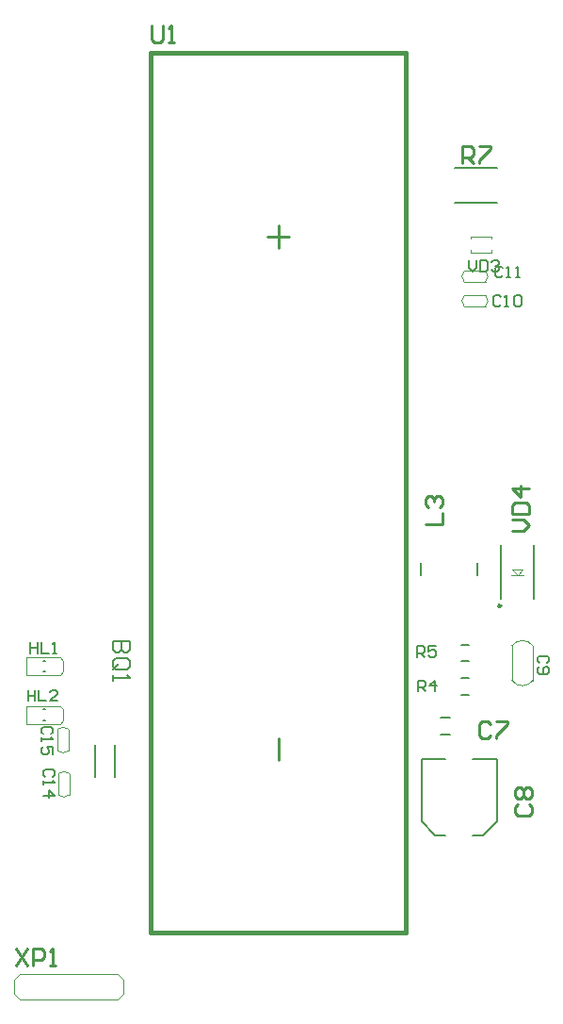
<source format=gto>
G04*
G04 #@! TF.GenerationSoftware,Altium Limited,Altium Designer,23.1.1 (15)*
G04*
G04 Layer_Color=65535*
%FSLAX44Y44*%
%MOMM*%
G71*
G04*
G04 #@! TF.SameCoordinates,4FD7E483-A0BE-4EFF-918D-63B1A9DD4886*
G04*
G04*
G04 #@! TF.FilePolarity,Positive*
G04*
G01*
G75*
%ADD10C,0.1000*%
%ADD11C,0.0600*%
%ADD12C,0.2500*%
%ADD13C,0.2000*%
%ADD14C,0.0400*%
%ADD15C,0.2560*%
%ADD16C,0.4000*%
%ADD17C,0.2540*%
%ADD18C,0.1500*%
D10*
X54621Y399629D02*
G03*
X54621Y399629I-500J0D01*
G01*
Y443379D02*
G03*
X54621Y443379I-500J0D01*
G01*
X12250Y157625D02*
Y169875D01*
X110750Y157625D02*
Y169875D01*
X17250Y174875D02*
X105750D01*
X17250Y152625D02*
X105750D01*
X12250Y157625D02*
X17250Y152625D01*
X12250Y169875D02*
X17250Y174875D01*
X105750Y152625D02*
X110750Y157625D01*
X105750Y174875D02*
X110750Y169875D01*
D11*
X436250Y774500D02*
G03*
X436250Y784500I-4700J5000D01*
G01*
X417250Y784500D02*
G03*
X417250Y774500I4700J-5000D01*
G01*
X460000Y438750D02*
G03*
X479000Y438750I9500J7000D01*
G01*
Y469750D02*
G03*
X460000Y469750I-9500J-7000D01*
G01*
X62250Y355000D02*
G03*
X52250Y355000I-5000J-4700D01*
G01*
X52250Y336000D02*
G03*
X62250Y336000I5000J4700D01*
G01*
X61500Y394750D02*
G03*
X51500Y394750I-5000J-4700D01*
G01*
X51500Y375750D02*
G03*
X61500Y375750I5000J4700D01*
G01*
X436250Y796500D02*
G03*
X436250Y806500I-4700J5000D01*
G01*
X417250Y806500D02*
G03*
X417250Y796500I4700J-5000D01*
G01*
X417250Y774500D02*
X436250D01*
X417250Y784500D02*
X436250D01*
X479000Y438750D02*
Y469750D01*
X460000Y438750D02*
Y469750D01*
X62250Y336000D02*
Y355000D01*
X52250Y336000D02*
Y355000D01*
X61500Y375750D02*
Y394750D01*
X51500Y375750D02*
Y394750D01*
X417250Y796500D02*
X436250D01*
X417250Y806500D02*
X436250D01*
D12*
X450250Y505750D02*
G03*
X450250Y505750I-1250J0D01*
G01*
D13*
X38500Y412750D02*
X40500D01*
X38500Y402750D02*
X40500D01*
X38500Y456500D02*
X40500D01*
X38500Y446500D02*
X40500D01*
X103000Y381250D02*
X103000Y352250D01*
X85000D02*
Y381250D01*
X429100Y533250D02*
Y544250D01*
X377900D02*
X377900Y533250D01*
X414500Y441000D02*
X421500D01*
X414500Y426000D02*
X421500Y426000D01*
X414500Y456000D02*
X421500Y456000D01*
X414500Y471000D02*
X421500Y471000D01*
X450500Y512250D02*
Y560250D01*
X479500Y512250D02*
Y560250D01*
X408500Y898750D02*
X446500Y898750D01*
X408500Y867750D02*
X446500D01*
X396000Y390500D02*
X404000Y390500D01*
X396000Y405500D02*
X404000D01*
X391125Y299750D02*
X400500Y299750D01*
X378750Y312125D02*
X391125Y299750D01*
X434375Y299750D02*
X446750Y312125D01*
X425000Y299750D02*
X434375D01*
X378750Y367750D02*
X378750Y312125D01*
X378750Y367750D02*
X400500Y367750D01*
X425000D02*
X446750Y367750D01*
X446750Y312125D01*
X116868Y473774D02*
X101632D01*
Y466157D01*
X104172Y463618D01*
X106711D01*
X109250Y466157D01*
Y473774D01*
Y466157D01*
X111789Y463618D01*
X114328D01*
X116868Y466157D01*
Y473774D01*
X104172Y448382D02*
X114328D01*
X116868Y450922D01*
Y456000D01*
X114328Y458539D01*
X104172D01*
X101632Y456000D01*
Y450922D01*
X106711Y453461D02*
X101632Y448382D01*
Y450922D02*
X104172Y448382D01*
X101632Y443304D02*
Y438226D01*
Y440765D01*
X116868D01*
X114328Y443304D01*
D14*
X23500Y415750D02*
X53500D01*
X56500Y412750D01*
Y402750D02*
Y412750D01*
X53500Y399750D02*
X56500Y402750D01*
X23500Y399750D02*
X53500D01*
X23500D02*
X23500Y415750D01*
Y459500D02*
X53500D01*
X56500Y456500D01*
Y446500D02*
Y456500D01*
X53500Y443500D02*
X56500Y446500D01*
X23500Y443500D02*
X53500D01*
X23500D02*
X23500Y459500D01*
X423250Y825250D02*
X423250Y823000D01*
X441750Y823000D01*
Y825250D01*
Y835250D02*
Y837500D01*
X423250Y837500D02*
X441750Y837500D01*
X423250Y835250D02*
X423250Y837500D01*
X465000Y533250D02*
X470000Y538250D01*
X460000D02*
X470000D01*
X460000D02*
X465000Y533250D01*
X459750D02*
X470250D01*
D15*
X250000Y367000D02*
Y387000D01*
Y827000D02*
Y847000D01*
X240000Y837000D02*
X260000D01*
D16*
X135000Y1002000D02*
X365000D01*
X135000Y212000D02*
X365000D01*
Y1002000D01*
X135000Y212000D02*
Y1002000D01*
D17*
X14224Y198115D02*
X24381Y182880D01*
Y198115D02*
X14224Y182880D01*
X29459D02*
Y198115D01*
X37077D01*
X39616Y195576D01*
Y190497D01*
X37077Y187958D01*
X29459D01*
X44694Y182880D02*
X49773D01*
X47233D01*
Y198115D01*
X44694Y195576D01*
X459883Y573187D02*
X470039D01*
X475117Y578265D01*
X470039Y583343D01*
X459883D01*
Y588422D02*
X475117D01*
Y596039D01*
X472578Y598578D01*
X462422D01*
X459883Y596039D01*
Y588422D01*
X475117Y611274D02*
X459883D01*
X467500Y603657D01*
Y613814D01*
X135636Y1026917D02*
Y1014221D01*
X138175Y1011682D01*
X143253D01*
X145793Y1014221D01*
Y1026917D01*
X150871Y1011682D02*
X155949D01*
X153410D01*
Y1026917D01*
X150871Y1024378D01*
X415804Y903132D02*
Y918367D01*
X423422D01*
X425961Y915828D01*
Y910750D01*
X423422Y908211D01*
X415804D01*
X420882D02*
X425961Y903132D01*
X431039Y918367D02*
X441196D01*
Y915828D01*
X431039Y905672D01*
Y903132D01*
X382382Y579304D02*
X397617D01*
Y589461D01*
X384922Y594539D02*
X382382Y597078D01*
Y602157D01*
X384922Y604696D01*
X387461D01*
X390000Y602157D01*
Y599618D01*
Y602157D01*
X392539Y604696D01*
X395078D01*
X397617Y602157D01*
Y597078D01*
X395078Y594539D01*
X465172Y327211D02*
X462632Y324672D01*
Y319593D01*
X465172Y317054D01*
X475328D01*
X477868Y319593D01*
Y324672D01*
X475328Y327211D01*
X465172Y332289D02*
X462632Y334828D01*
Y339907D01*
X465172Y342446D01*
X467711D01*
X470250Y339907D01*
X472789Y342446D01*
X475328D01*
X477868Y339907D01*
Y334828D01*
X475328Y332289D01*
X472789D01*
X470250Y334828D01*
X467711Y332289D01*
X465172D01*
X470250Y334828D02*
Y339907D01*
X440461Y399578D02*
X437922Y402118D01*
X432843D01*
X430304Y399578D01*
Y389422D01*
X432843Y386883D01*
X437922D01*
X440461Y389422D01*
X445539Y402118D02*
X455696D01*
Y399578D01*
X445539Y389422D01*
Y386883D01*
D18*
X421671Y815998D02*
Y809334D01*
X425003Y806002D01*
X428335Y809334D01*
Y815998D01*
X431668D02*
Y806002D01*
X436666D01*
X438332Y807668D01*
Y814332D01*
X436666Y815998D01*
X431668D01*
X441665Y814332D02*
X443331Y815998D01*
X446663D01*
X448329Y814332D01*
Y812666D01*
X446663Y811000D01*
X444997D01*
X446663D01*
X448329Y809334D01*
Y807668D01*
X446663Y806002D01*
X443331D01*
X441665Y807668D01*
X24671Y430248D02*
Y420252D01*
Y425250D01*
X31335D01*
Y430248D01*
Y420252D01*
X34668Y430248D02*
Y420252D01*
X41332D01*
X51329D02*
X44665D01*
X51329Y426916D01*
Y428582D01*
X49663Y430248D01*
X46331D01*
X44665Y428582D01*
X27087Y473248D02*
Y463252D01*
Y468250D01*
X33752D01*
Y473248D01*
Y463252D01*
X37084Y473248D02*
Y463252D01*
X43748D01*
X47081D02*
X50413D01*
X48747D01*
Y473248D01*
X47081Y471582D01*
X374919Y459752D02*
Y469748D01*
X379918D01*
X381584Y468082D01*
Y464750D01*
X379918Y463084D01*
X374919D01*
X378252D02*
X381584Y459752D01*
X391581Y469748D02*
X384916D01*
Y464750D01*
X388248Y466416D01*
X389915D01*
X391581Y464750D01*
Y461418D01*
X389915Y459752D01*
X386582D01*
X384916Y461418D01*
X375919Y428752D02*
Y438748D01*
X380918D01*
X382584Y437082D01*
Y433750D01*
X380918Y432084D01*
X375919D01*
X379252D02*
X382584Y428752D01*
X390914D02*
Y438748D01*
X385916Y433750D01*
X392581D01*
X45582Y390581D02*
X47248Y392248D01*
Y395580D01*
X45582Y397246D01*
X38918D01*
X37252Y395580D01*
Y392248D01*
X38918Y390581D01*
X37252Y387249D02*
Y383917D01*
Y385583D01*
X47248D01*
X45582Y387249D01*
X47248Y372254D02*
Y378918D01*
X42250D01*
X43916Y375586D01*
Y373920D01*
X42250Y372254D01*
X38918D01*
X37252Y373920D01*
Y377252D01*
X38918Y378918D01*
X46832Y352081D02*
X48498Y353747D01*
Y357080D01*
X46832Y358746D01*
X40168D01*
X38502Y357080D01*
Y353747D01*
X40168Y352081D01*
X38502Y348749D02*
Y345417D01*
Y347083D01*
X48498D01*
X46832Y348749D01*
X38502Y335420D02*
X48498D01*
X43500Y340419D01*
Y333754D01*
X452085Y808832D02*
X450419Y810498D01*
X447086D01*
X445420Y808832D01*
Y802168D01*
X447086Y800502D01*
X450419D01*
X452085Y802168D01*
X455417Y800502D02*
X458749D01*
X457083D01*
Y810498D01*
X455417Y808832D01*
X463748Y800502D02*
X467080D01*
X465414D01*
Y810498D01*
X463748Y808832D01*
X450419Y782832D02*
X448752Y784498D01*
X445420D01*
X443754Y782832D01*
Y776168D01*
X445420Y774502D01*
X448752D01*
X450419Y776168D01*
X453751Y774502D02*
X457083D01*
X455417D01*
Y784498D01*
X453751Y782832D01*
X462081D02*
X463748Y784498D01*
X467080D01*
X468746Y782832D01*
Y776168D01*
X467080Y774502D01*
X463748D01*
X462081Y776168D01*
Y782832D01*
X491582Y454166D02*
X493248Y455832D01*
Y459165D01*
X491582Y460831D01*
X484918D01*
X483252Y459165D01*
Y455832D01*
X484918Y454166D01*
Y450834D02*
X483252Y449168D01*
Y445835D01*
X484918Y444169D01*
X491582D01*
X493248Y445835D01*
Y449168D01*
X491582Y450834D01*
X489916D01*
X488250Y449168D01*
Y444169D01*
M02*

</source>
